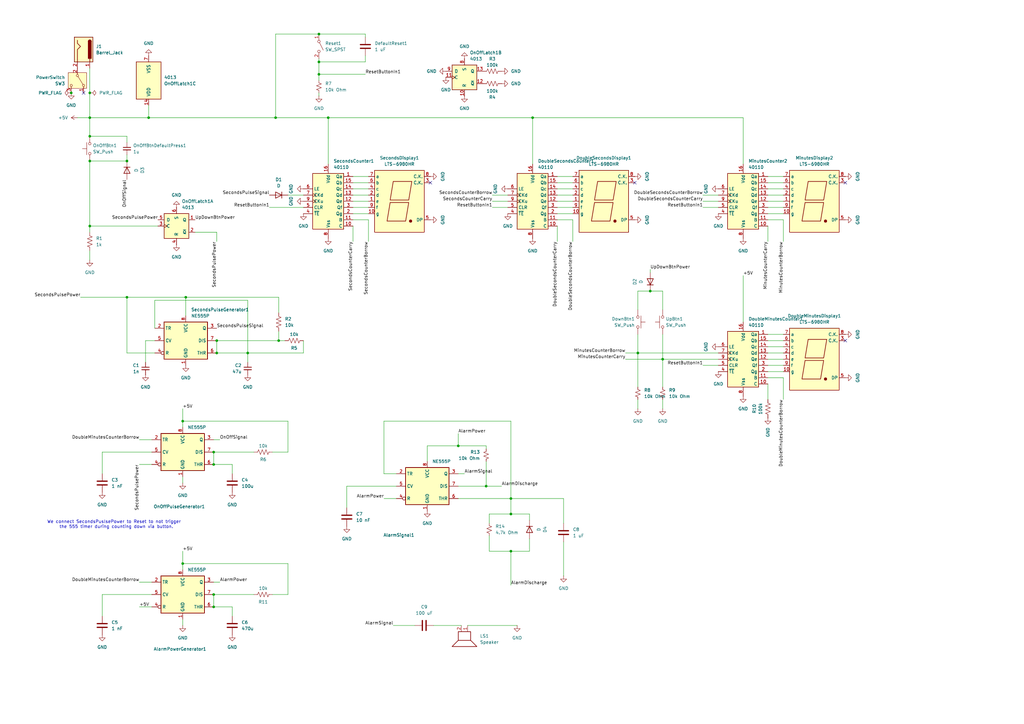
<source format=kicad_sch>
(kicad_sch (version 20231120) (generator "eeschema") (generator_version "8.0")
  (paper "A3")
  (lib_symbols
    (symbol "4xxx:4013" (pin_names (offset 1.016))
      (property "Reference" "U" (at -7.62 8.89 0))
      (property "Value" "4013" (at -7.62 -8.89 0))
      (symbol "4013_1_1"
        (pin output line (at 7.62 2.54 180) (length 2.54) (name "Q") (number "1"))
        (pin output line (at 7.62 -2.54 180) (length 2.54) (name "~{Q}") (number "2"))
        (pin input clock (at -7.62 0 0) (length 2.54) (name "C") (number "3"))
        (pin input line (at 0 -7.62 90) (length 2.54) (name "R") (number "4"))
        (pin input line (at -7.62 2.54 0) (length 2.54) (name "D") (number "5"))
        (pin input line (at 0 7.62 270) (length 2.54) (name "S") (number "6"))
      )
      (symbol "4013_2_1"
        (pin input line (at 0 -7.62 90) (length 2.54) (name "R") (number "10"))
        (pin input clock (at -7.62 0 0) (length 2.54) (name "C") (number "11"))
        (pin output line (at 7.62 -2.54 180) (length 2.54) (name "~{Q}") (number "12"))
        (pin output line (at 7.62 2.54 180) (length 2.54) (name "Q") (number "13"))
        (pin input line (at 0 7.62 270) (length 2.54) (name "S") (number "8"))
        (pin input line (at -7.62 2.54 0) (length 2.54) (name "D") (number "9"))
      )
      (symbol "4013_3_0"
        (pin power_in line (at 0 10.16 270) (length 2.54) (name "VDD") (number "14"))
        (pin power_in line (at 0 -10.16 90) (length 2.54) (name "VSS") (number "7"))
      )
    )
    (symbol "4xxx_IEEE:40110"
      (property "Reference" "U" (at 6.35 13.97 0))
      (property "Value" "40110" (at 7.62 -13.97 0))
      (symbol "40110_1_1"
        (pin output line (at 10.16 10.16 180) (length 3.81) (name "Qa") (number "1"))
        (pin output line (at 10.16 -10.16 180) (length 3.81) (name "C") (number "10"))
        (pin output line (at 10.16 -7.62 180) (length 3.81) (name "B") (number "11"))
        (pin output line (at 10.16 0 180) (length 3.81) (name "Qe") (number "12"))
        (pin output line (at 10.16 2.54 180) (length 3.81) (name "Qd") (number "13"))
        (pin output line (at 10.16 5.08 180) (length 3.81) (name "Qc") (number "14"))
        (pin output line (at 10.16 7.62 180) (length 3.81) (name "Qb") (number "15"))
        (pin power_in line (at 0 15.24 270) (length 3.81) (name "Vdd") (number "16"))
        (pin output line (at 10.16 -5.08 180) (length 3.81) (name "Qg") (number "2"))
        (pin output line (at 10.16 -2.54 180) (length 3.81) (name "Qf") (number "3"))
        (pin input line (at -10.16 -5.08 0) (length 3.81) (name "~{TE}") (number "4"))
        (pin input line (at -10.16 -2.54 0) (length 3.81) (name "CLR") (number "5"))
        (pin input line (at -10.16 5.08 0) (length 3.81) (name "LE") (number "6"))
        (pin input clock (at -10.16 2.54 0) (length 3.81) (name "CKd") (number "7"))
        (pin power_in line (at 0 -15.24 90) (length 3.81) (name "Vss") (number "8"))
        (pin input clock (at -10.16 0 0) (length 3.81) (name "CKu") (number "9"))
      )
    )
    (symbol "Connector:Barrel_Jack" (pin_names (offset 1.016))
      (property "Reference" "J" (at 0 5.334 0))
      (property "Value" "Barrel_Jack" (at 0 -5.08 0))
      (symbol "Barrel_Jack_1_1"
        (pin passive line (at 7.62 2.54 180) (length 2.54) (name "~") (number "1"))
        (pin passive line (at 7.62 -2.54 180) (length 2.54) (name "~") (number "2"))
      )
    )
    (symbol "Device:C" (pin_numbers hide) (pin_names (offset 0.254))
      (property "Reference" "C" (at 0.635 2.54 0))
      (property "Value" "C" (at 0.635 -2.54 0))
      (symbol "C_1_1"
        (pin passive line (at 0 3.81 270) (length 2.794) (name "~") (number "1"))
        (pin passive line (at 0 -3.81 90) (length 2.794) (name "~") (number "2"))
      )
    )
    (symbol "Device:C_Small" (pin_numbers hide) (pin_names (offset 0.254) hide)
      (property "Reference" "C" (at 0.254 1.778 0))
      (property "Value" "C_Small" (at 0.254 -2.032 0))
      (symbol "C_Small_1_1"
        (pin passive line (at 0 2.54 270) (length 2.032) (name "~") (number "1"))
        (pin passive line (at 0 -2.54 90) (length 2.032) (name "~") (number "2"))
      )
    )
    (symbol "Device:D" (pin_numbers hide) (pin_names (offset 1.016) hide)
      (property "Reference" "D" (at 0 2.54 0))
      (property "Value" "D" (at 0 -2.54 0))
      (symbol "D_1_1"
        (pin passive line (at -3.81 0 0) (length 2.54) (name "K") (number "1"))
        (pin passive line (at 3.81 0 180) (length 2.54) (name "A") (number "2"))
      )
    )
    (symbol "Device:R_Small_US" (pin_numbers hide) (pin_names (offset 0.254) hide)
      (property "Reference" "R" (at 0.762 0.508 0))
      (property "Value" "R_Small_US" (at 0.762 -1.016 0))
      (symbol "R_Small_US_1_1"
        (pin passive line (at 0 2.54 270) (length 1.016) (name "~") (number "1"))
        (pin passive line (at 0 -2.54 90) (length 1.016) (name "~") (number "2"))
      )
    )
    (symbol "Device:R_US" (pin_numbers hide) (pin_names (offset 0))
      (property "Reference" "R" (at 2.54 0 90))
      (property "Value" "R_US" (at -2.54 0 90))
      (symbol "R_US_1_1"
        (pin passive line (at 0 3.81 270) (length 1.27) (name "~") (number "1"))
        (pin passive line (at 0 -3.81 90) (length 1.27) (name "~") (number "2"))
      )
    )
    (symbol "Device:Speaker" (pin_names (offset 0) hide)
      (property "Reference" "LS" (at 1.27 5.715 0))
      (property "Value" "Speaker" (at 1.27 3.81 0))
      (symbol "Speaker_1_1"
        (pin input line (at -5.08 0 0) (length 2.54) (name "1") (number "1"))
        (pin input line (at -5.08 -2.54 0) (length 2.54) (name "2") (number "2"))
      )
    )
    (symbol "Display_Character:LTS-6980HR"
      (property "Reference" "AFF" (at -7.874 13.97 0))
      (property "Value" "LTS-6980HR" (at 4.064 13.97 0))
      (symbol "LTS-6980HR_1_1"
        (pin passive line (at -12.7 0 0) (length 2.54) (name "e") (number "1"))
        (pin passive line (at -12.7 -5.08 0) (length 2.54) (name "g") (number "10"))
        (pin passive line (at -12.7 2.54 0) (length 2.54) (name "d") (number "2"))
        (pin passive line (at 12.7 7.62 180) (length 2.54) (name "C.K.") (number "3"))
        (pin passive line (at -12.7 5.08 0) (length 2.54) (name "c") (number "4"))
        (pin passive line (at 12.7 -7.62 180) (length 2.54) (name "DP") (number "5"))
        (pin passive line (at -12.7 7.62 0) (length 2.54) (name "b") (number "6"))
        (pin passive line (at -12.7 10.16 0) (length 2.54) (name "a") (number "7"))
        (pin passive line (at 12.7 10.16 180) (length 2.54) (name "C.K.") (number "8"))
        (pin passive line (at -12.7 -2.54 0) (length 2.54) (name "f") (number "9"))
      )
    )
    (symbol "Switch:SW_Push" (pin_numbers hide) (pin_names (offset 1.016) hide)
      (property "Reference" "SW" (at 1.27 2.54 0))
      (property "Value" "SW_Push" (at 0 -1.524 0))
      (symbol "SW_Push_0_1"
        (pin passive line (at -5.08 0 0) (length 2.54) (name "1") (number "1"))
        (pin passive line (at 5.08 0 180) (length 2.54) (name "2") (number "2"))
      )
    )
    (symbol "Switch:SW_SPDT" (pin_names (offset 0) hide)
      (property "Reference" "SW" (at 0 5.08 0))
      (property "Value" "SW_SPDT" (at 0 -5.08 0))
      (symbol "SW_SPDT_1_1"
        (pin passive line (at 5.08 2.54 180) (length 2.54) (name "A") (number "1"))
        (pin passive line (at -5.08 0 0) (length 2.54) (name "B") (number "2"))
        (pin passive line (at 5.08 -2.54 180) (length 2.54) (name "C") (number "3"))
      )
    )
    (symbol "Switch:SW_SPST" (pin_names (offset 0) hide)
      (property "Reference" "SW" (at 0 3.175 0))
      (property "Value" "SW_SPST" (at 0 -2.54 0))
      (symbol "SW_SPST_1_1"
        (pin passive line (at -5.08 0 0) (length 2.54) (name "A") (number "1"))
        (pin passive line (at 5.08 0 180) (length 2.54) (name "B") (number "2"))
      )
    )
    (symbol "Timer:NE555P"
      (property "Reference" "U" (at -10.16 8.89 0))
      (property "Value" "NE555P" (at 2.54 8.89 0))
      (symbol "NE555P_0_0"
        (pin power_in line (at 0 -10.16 90) (length 2.54) (name "GND") (number "1"))
        (pin power_in line (at 0 10.16 270) (length 2.54) (name "VCC") (number "8"))
      )
      (symbol "NE555P_1_1"
        (pin input line (at -12.7 5.08 0) (length 3.81) (name "TR") (number "2"))
        (pin output line (at 12.7 5.08 180) (length 3.81) (name "Q") (number "3"))
        (pin input inverted (at -12.7 -5.08 0) (length 3.81) (name "R") (number "4"))
        (pin input line (at -12.7 0 0) (length 3.81) (name "CV") (number "5"))
        (pin input line (at 12.7 -5.08 180) (length 3.81) (name "THR") (number "6"))
        (pin input line (at 12.7 0 180) (length 3.81) (name "DIS") (number "7"))
      )
    )
    (symbol "power:+5V" (power) (pin_numbers hide) (pin_names (offset 0) hide)
      (property "Value" "+5V" (at 0 3.556 0))
      (symbol "+5V_1_1"
        (pin power_in line (at 0 0 90) (length 0) (name "~") (number "1"))
      )
    )
    (symbol "power:GND" (power) (pin_numbers hide) (pin_names (offset 0) hide)
      (property "Value" "GND" (at 0 -3.81 0))
      (symbol "GND_1_1"
        (pin power_in line (at 0 0 270) (length 0) (name "~") (number "1"))
      )
    )
    (symbol "power:PWR_FLAG" (power) (pin_numbers hide) (pin_names (offset 0) hide)
      (property "Value" "PWR_FLAG" (at 0 3.81 0))
      (symbol "PWR_FLAG_0_0"
        (pin power_out line (at 0 0 90) (length 0) (name "~") (number "1"))
      )
    )
  )
  (junction (at 87.63 243.84))
  (junction (at 101.6 144.78))
  (junction (at 130.81 25.4))
  (junction (at 261.62 144.78))
  (junction (at 36.83 92.71))
  (junction (at 87.63 185.42))
  (junction (at 209.55 226.06))
  (junction (at 209.55 204.47))
  (junction (at 60.96 48.26))
  (junction (at 87.63 248.92))
  (junction (at 74.93 231.14))
  (junction (at 88.9 144.78))
  (junction (at 209.55 210.82))
  (junction (at 113.03 48.26))
  (junction (at 187.96 182.88))
  (junction (at 266.7 119.38))
  (junction (at 74.93 172.72))
  (junction (at 29.21 38.1))
  (junction (at 52.07 121.92))
  (junction (at 271.78 147.32))
  (junction (at 36.83 48.26))
  (junction (at 52.07 66.04))
  (junction (at 134.62 48.26))
  (junction (at 199.39 199.39))
  (junction (at 130.81 30.48))
  (junction (at 87.63 190.5))
  (junction (at 36.83 66.04))
  (junction (at 36.83 55.88))
  (junction (at 130.81 13.97))
  (junction (at 76.2 121.92))
  (junction (at 114.3 139.7))
  (junction (at 36.83 38.1))
  (junction (at 88.9 139.7))
  (junction (at 218.44 48.26))
  (no_connect (at 346.71 139.7))
  (no_connect (at 176.53 74.93))
  (no_connect (at 346.71 74.93))
  (no_connect (at 260.35 74.93))
  (no_connect (at 34.29 38.1))
  (wire (pts (xy 321.31 152.4) (xy 314.96 152.4)))
  (wire (pts (xy 209.55 226.06) (xy 217.17 226.06)))
  (wire (pts (xy 321.31 154.94) (xy 321.31 163.83)))
  (wire (pts (xy 200.66 210.82) (xy 209.55 210.82)))
  (wire (pts (xy 157.48 194.31) (xy 157.48 172.72)))
  (wire (pts (xy 201.93 80.01) (xy 208.28 80.01)))
  (wire (pts (xy 228.6 92.71) (xy 228.6 99.06)))
  (wire (pts (xy 321.31 77.47) (xy 314.96 77.47)))
  (wire (pts (xy 101.6 123.19) (xy 101.6 144.78)))
  (wire (pts (xy 63.5 139.7) (xy 59.69 139.7)))
  (wire (pts (xy 304.8 132.08) (xy 304.8 113.03)))
  (wire (pts (xy 177.8 256.54) (xy 189.23 256.54)))
  (wire (pts (xy 209.55 172.72) (xy 209.55 204.47)))
  (wire (pts (xy 261.62 127) (xy 261.62 119.38)))
  (wire (pts (xy 63.5 134.62) (xy 63.5 123.19)))
  (wire (pts (xy 60.96 48.26) (xy 113.03 48.26)))
  (wire (pts (xy 151.13 85.09) (xy 144.78 85.09)))
  (wire (pts (xy 261.62 163.83) (xy 261.62 167.64)))
  (wire (pts (xy 234.95 72.39) (xy 228.6 72.39)))
  (wire (pts (xy 36.83 92.71) (xy 36.83 95.25)))
  (wire (pts (xy 314.96 157.48) (xy 314.96 163.83)))
  (wire (pts (xy 321.31 144.78) (xy 314.96 144.78)))
  (wire (pts (xy 218.44 48.26) (xy 134.62 48.26)))
  (wire (pts (xy 151.13 90.17) (xy 151.13 99.06)))
  (wire (pts (xy 149.86 25.4) (xy 130.81 25.4)))
  (wire (pts (xy 74.93 231.14) (xy 74.93 233.68)))
  (wire (pts (xy 104.14 185.42) (xy 87.63 185.42)))
  (wire (pts (xy 118.11 185.42) (xy 118.11 172.72)))
  (wire (pts (xy 36.83 48.26) (xy 60.96 48.26)))
  (wire (pts (xy 110.49 85.09) (xy 124.46 85.09)))
  (wire (pts (xy 130.81 25.4) (xy 130.81 30.48)))
  (wire (pts (xy 41.91 185.42) (xy 62.23 185.42)))
  (wire (pts (xy 36.83 66.04) (xy 36.83 92.71)))
  (wire (pts (xy 321.31 149.86) (xy 314.96 149.86)))
  (wire (pts (xy 234.95 74.93) (xy 228.6 74.93)))
  (wire (pts (xy 76.2 121.92) (xy 114.3 121.92)))
  (wire (pts (xy 201.93 85.09) (xy 208.28 85.09)))
  (wire (pts (xy 187.96 182.88) (xy 199.39 182.88)))
  (wire (pts (xy 36.83 55.88) (xy 52.07 55.88)))
  (wire (pts (xy 114.3 135.89) (xy 114.3 139.7)))
  (wire (pts (xy 134.62 48.26) (xy 134.62 67.31)))
  (wire (pts (xy 231.14 204.47) (xy 209.55 204.47)))
  (wire (pts (xy 191.77 256.54) (xy 212.09 256.54)))
  (wire (pts (xy 95.25 248.92) (xy 87.63 248.92)))
  (wire (pts (xy 151.13 87.63) (xy 144.78 87.63)))
  (wire (pts (xy 288.29 85.09) (xy 294.64 85.09)))
  (wire (pts (xy 41.91 243.84) (xy 62.23 243.84)))
  (wire (pts (xy 95.25 252.73) (xy 95.25 248.92)))
  (wire (pts (xy 201.93 82.55) (xy 208.28 82.55)))
  (wire (pts (xy 271.78 137.16) (xy 271.78 147.32)))
  (wire (pts (xy 124.46 139.7) (xy 124.46 144.78)))
  (wire (pts (xy 234.95 87.63) (xy 228.6 87.63)))
  (wire (pts (xy 59.69 139.7) (xy 59.69 148.59)))
  (wire (pts (xy 95.25 194.31) (xy 95.25 190.5)))
  (wire (pts (xy 118.11 231.14) (xy 74.93 231.14)))
  (wire (pts (xy 52.07 121.92) (xy 52.07 144.78)))
  (wire (pts (xy 187.96 177.8) (xy 187.96 182.88)))
  (wire (pts (xy 88.9 139.7) (xy 88.9 144.78)))
  (wire (pts (xy 314.96 92.71) (xy 314.96 99.06)))
  (wire (pts (xy 218.44 48.26) (xy 304.8 48.26)))
  (wire (pts (xy 175.26 182.88) (xy 175.26 189.23)))
  (wire (pts (xy 271.78 127) (xy 271.78 119.38)))
  (wire (pts (xy 321.31 72.39) (xy 314.96 72.39)))
  (wire (pts (xy 199.39 184.15) (xy 199.39 182.88)))
  (wire (pts (xy 234.95 90.17) (xy 234.95 99.06)))
  (wire (pts (xy 261.62 144.78) (xy 261.62 158.75)))
  (wire (pts (xy 234.95 85.09) (xy 228.6 85.09)))
  (wire (pts (xy 144.78 90.17) (xy 151.13 90.17)))
  (wire (pts (xy 321.31 137.16) (xy 314.96 137.16)))
  (wire (pts (xy 87.63 185.42) (xy 87.63 190.5)))
  (wire (pts (xy 74.93 167.64) (xy 74.93 172.72)))
  (wire (pts (xy 118.11 80.01) (xy 124.46 80.01)))
  (wire (pts (xy 113.03 13.97) (xy 113.03 48.26)))
  (wire (pts (xy 116.84 139.7) (xy 114.3 139.7)))
  (wire (pts (xy 157.48 172.72) (xy 209.55 172.72)))
  (wire (pts (xy 288.29 149.86) (xy 294.64 149.86)))
  (wire (pts (xy 90.17 238.76) (xy 87.63 238.76)))
  (wire (pts (xy 217.17 226.06) (xy 217.17 220.98)))
  (wire (pts (xy 199.39 189.23) (xy 199.39 199.39)))
  (wire (pts (xy 231.14 236.22) (xy 231.14 222.25)))
  (wire (pts (xy 144.78 92.71) (xy 144.78 99.06)))
  (wire (pts (xy 36.83 92.71) (xy 64.77 92.71)))
  (wire (pts (xy 256.54 147.32) (xy 271.78 147.32)))
  (wire (pts (xy 288.29 82.55) (xy 294.64 82.55)))
  (wire (pts (xy 217.17 213.36) (xy 217.17 210.82)))
  (wire (pts (xy 130.81 13.97) (xy 149.86 13.97)))
  (wire (pts (xy 130.81 30.48) (xy 130.81 33.02)))
  (wire (pts (xy 130.81 38.1) (xy 130.81 39.37)))
  (wire (pts (xy 130.81 24.13) (xy 130.81 25.4)))
  (wire (pts (xy 151.13 80.01) (xy 144.78 80.01)))
  (wire (pts (xy 200.66 219.71) (xy 200.66 226.06)))
  (wire (pts (xy 63.5 144.78) (xy 52.07 144.78)))
  (wire (pts (xy 187.96 204.47) (xy 209.55 204.47)))
  (wire (pts (xy 151.13 74.93) (xy 144.78 74.93)))
  (wire (pts (xy 321.31 85.09) (xy 314.96 85.09)))
  (wire (pts (xy 190.5 194.31) (xy 187.96 194.31)))
  (wire (pts (xy 271.78 147.32) (xy 271.78 158.75)))
  (wire (pts (xy 74.93 256.54) (xy 74.93 254)))
  (wire (pts (xy 57.15 180.34) (xy 62.23 180.34)))
  (wire (pts (xy 151.13 82.55) (xy 144.78 82.55)))
  (wire (pts (xy 33.02 121.92) (xy 52.07 121.92)))
  (wire (pts (xy 271.78 147.32) (xy 294.64 147.32)))
  (wire (pts (xy 321.31 82.55) (xy 314.96 82.55)))
  (wire (pts (xy 321.31 142.24) (xy 314.96 142.24)))
  (wire (pts (xy 113.03 48.26) (xy 134.62 48.26)))
  (wire (pts (xy 113.03 13.97) (xy 130.81 13.97)))
  (wire (pts (xy 142.24 199.39) (xy 142.24 208.28)))
  (wire (pts (xy 266.7 110.49) (xy 266.7 111.76)))
  (wire (pts (xy 234.95 77.47) (xy 228.6 77.47)))
  (wire (pts (xy 321.31 139.7) (xy 314.96 139.7)))
  (wire (pts (xy 80.01 95.25) (xy 88.9 95.25)))
  (wire (pts (xy 266.7 119.38) (xy 271.78 119.38)))
  (wire (pts (xy 104.14 243.84) (xy 87.63 243.84)))
  (wire (pts (xy 87.63 243.84) (xy 87.63 248.92)))
  (wire (pts (xy 234.95 80.01) (xy 228.6 80.01)))
  (wire (pts (xy 314.96 90.17) (xy 321.31 90.17)))
  (wire (pts (xy 41.91 243.84) (xy 41.91 252.73)))
  (wire (pts (xy 36.83 48.26) (xy 36.83 55.88)))
  (wire (pts (xy 271.78 163.83) (xy 271.78 167.64)))
  (wire (pts (xy 321.31 74.93) (xy 314.96 74.93)))
  (wire (pts (xy 95.25 190.5) (xy 87.63 190.5)))
  (wire (pts (xy 63.5 123.19) (xy 101.6 123.19)))
  (wire (pts (xy 157.48 204.47) (xy 162.56 204.47)))
  (wire (pts (xy 36.83 102.87) (xy 36.83 106.68)))
  (wire (pts (xy 74.93 172.72) (xy 74.93 175.26)))
  (wire (pts (xy 74.93 198.12) (xy 74.93 195.58)))
  (wire (pts (xy 321.31 80.01) (xy 314.96 80.01)))
  (wire (pts (xy 142.24 199.39) (xy 162.56 199.39)))
  (wire (pts (xy 118.11 172.72) (xy 74.93 172.72)))
  (wire (pts (xy 321.31 90.17) (xy 321.31 99.06)))
  (wire (pts (xy 234.95 82.55) (xy 228.6 82.55)))
  (wire (pts (xy 200.66 214.63) (xy 200.66 210.82)))
  (wire (pts (xy 101.6 148.59) (xy 101.6 144.78)))
  (wire (pts (xy 161.29 256.54) (xy 170.18 256.54)))
  (wire (pts (xy 209.55 204.47) (xy 209.55 210.82)))
  (wire (pts (xy 76.2 121.92) (xy 76.2 129.54)))
  (wire (pts (xy 57.15 248.92) (xy 62.23 248.92)))
  (wire (pts (xy 130.81 30.48) (xy 149.86 30.48)))
  (wire (pts (xy 88.9 99.06) (xy 88.9 95.25)))
  (wire (pts (xy 57.15 190.5) (xy 62.23 190.5)))
  (wire (pts (xy 218.44 48.26) (xy 218.44 67.31)))
  (wire (pts (xy 151.13 72.39) (xy 144.78 72.39)))
  (wire (pts (xy 199.39 199.39) (xy 205.74 199.39)))
  (wire (pts (xy 90.17 180.34) (xy 87.63 180.34)))
  (wire (pts (xy 200.66 226.06) (xy 209.55 226.06)))
  (wire (pts (xy 88.9 144.78) (xy 101.6 144.78)))
  (wire (pts (xy 101.6 144.78) (xy 124.46 144.78)))
  (wire (pts (xy 57.15 238.76) (xy 62.23 238.76)))
  (wire (pts (xy 111.76 185.42) (xy 118.11 185.42)))
  (wire (pts (xy 114.3 128.27) (xy 114.3 121.92)))
  (wire (pts (xy 60.96 48.26) (xy 60.96 43.18)))
  (wire (pts (xy 41.91 185.42) (xy 41.91 194.31)))
  (wire (pts (xy 52.07 63.5) (xy 52.07 66.04)))
  (wire (pts (xy 209.55 226.06) (xy 209.55 240.03)))
  (wire (pts (xy 88.9 139.7) (xy 114.3 139.7)))
  (wire (pts (xy 118.11 243.84) (xy 118.11 231.14)))
  (wire (pts (xy 151.13 77.47) (xy 144.78 77.47)))
  (wire (pts (xy 321.31 147.32) (xy 314.96 147.32)))
  (wire (pts (xy 261.62 144.78) (xy 294.64 144.78)))
  (wire (pts (xy 36.83 27.94) (xy 36.83 38.1)))
  (wire (pts (xy 31.75 48.26) (xy 36.83 48.26)))
  (wire (pts (xy 261.62 137.16) (xy 261.62 144.78)))
  (wire (pts (xy 149.86 15.24) (xy 149.86 13.97)))
  (wire (pts (xy 175.26 182.88) (xy 187.96 182.88)))
  (wire (pts (xy 52.07 121.92) (xy 76.2 121.92)))
  (wire (pts (xy 231.14 204.47) (xy 231.14 214.63)))
  (wire (pts (xy 52.07 66.04) (xy 36.83 66.04)))
  (wire (pts (xy 157.48 194.31) (xy 162.56 194.31)))
  (wire (pts (xy 228.6 90.17) (xy 234.95 90.17)))
  (wire (pts (xy 149.86 22.86) (xy 149.86 25.4)))
  (wire (pts (xy 187.96 199.39) (xy 199.39 199.39)))
  (wire (pts (xy 111.76 243.84) (xy 118.11 243.84)))
  (wire (pts (xy 321.31 87.63) (xy 314.96 87.63)))
  (wire (pts (xy 36.83 38.1) (xy 36.83 48.26)))
  (wire (pts (xy 256.54 144.78) (xy 261.62 144.78)))
  (wire (pts (xy 314.96 154.94) (xy 321.31 154.94)))
  (wire (pts (xy 288.29 80.01) (xy 294.64 80.01)))
  (wire (pts (xy 304.8 67.31) (xy 304.8 48.26)))
  (wire (pts (xy 74.93 226.06) (xy 74.93 231.14)))
  (wire (pts (xy 217.17 210.82) (xy 209.55 210.82)))
  (wire (pts (xy 52.07 58.42) (xy 52.07 55.88)))
  (wire (pts (xy 261.62 119.38) (xy 266.7 119.38)))
  (text "We connect SecondsPuslsePower to Reset to not trigger \n the 555 timer during counting down via button." (at 47.244 215.138 0) (effects (font (size 1.27 1.27))))
  (label "+5V" (at 74.93 167.64 0))
  (label "AlarmSignal" (at 190.5 194.31 0))
  (label "SecondsCounterBorrow" (at 201.93 80.01 180))
  (label "SecondsPulsePower" (at 33.02 121.92 180))
  (label "AlarmPower" (at 157.48 204.47 180))
  (label "UpDownBtnPower" (at 266.7 110.49 0))
  (label "DoubleSecondsCounterCarry" (at 228.6 99.06 270))
  (label "MinutesCounterCarry" (at 314.96 99.06 270))
  (label "MinutesCounterBorrow" (at 321.31 99.06 270))
  (label "ResetButtonIn1" (at 288.29 85.09 180))
  (label "SecondsPulsePower" (at 88.9 99.06 270))
  (label "MinutesCounterBorrow" (at 256.54 144.78 180))
  (label "AlarmDischarge" (at 205.74 199.39 0))
  (label "+5V" (at 304.8 113.03 0))
  (label "SecondsPulsePower" (at 57.15 190.5 270))
  (label "DoubleSecondsCounterCarry" (at 288.29 82.55 180))
  (label "AlarmPower" (at 90.17 238.76 0))
  (label "SecondsCounterCarry" (at 201.93 82.55 180))
  (label "UpDownBtnPower" (at 80.01 90.17 0))
  (label "ResetButtonIn1" (at 288.29 149.86 180))
  (label "AlarmPower" (at 187.96 177.8 0))
  (label "OnOffSignal" (at 52.07 73.66 270))
  (label "OnOffSignal" (at 90.17 180.34 0))
  (label "SecondsPulsePower" (at 64.77 90.17 180))
  (label "DoubleMinutesCounterBorrow" (at 57.15 238.76 180))
  (label "+5V" (at 74.93 226.06 0))
  (label "ResetButtonIn1" (at 110.49 85.09 180))
  (label "SecondsCounterCarry" (at 144.78 99.06 270))
  (label "SecondsPulseSignal" (at 88.9 134.62 0))
  (label "DoubleMinutesCounterBorrow" (at 321.31 163.83 270))
  (label "MinutesCounterCarry" (at 256.54 147.32 180))
  (label "DoubleSecondsCounterBorrow" (at 234.95 99.06 270))
  (label "AlarmSignal" (at 161.29 256.54 180))
  (label "SecondsPulseSignal" (at 110.49 80.01 180))
  (label "+5V" (at 57.15 248.92 0))
  (label "AlarmDischarge" (at 209.55 240.03 0))
  (label "DoubleMinutesCounterBorrow" (at 57.15 180.34 180))
  (label "SecondsCounterBorrow" (at 151.13 99.06 270))
  (label "ResetButtonIn1" (at 201.93 85.09 180))
  (label "DoubleSecondsCounterBorrow" (at 288.29 80.01 180))
  (label "ResetButtonIn1" (at 149.86 30.48 0))
  (symbol (lib_id "Device:C_Small") (at 52.07 60.96 0) (unit 1)
    (property "Reference" "OnOffBtnDefaultPress1" (at 54.61 59.6962 0) (effects (justify left)))
    (property "Value" "1u" (at 54.61 62.2362 0) (effects (justify left)))
    (property "Footprint" "Capacitor_THT:CP_Radial_D5.0mm_P2.50mm" (effects (hide yes)))
    (property "Description" "Unpolarized capacitor, small symbol" (effects (hide yes)))
  )
  (symbol (lib_id "Device:R_US") (at 120.65 139.7 90) (unit 1)
    (property "Reference" "R5" (at 120.65 142.748 90))
    (property "Value" "10k" (at 120.65 137.16 90))
    (property "Footprint" "Resistor_THT:R_Axial_DIN0207_L6.3mm_D2.5mm_P10.16mm_Horizontal" (effects (hide yes)))
    (property "Description" "Resistor, US symbol" (effects (hide yes)))
  )
  (symbol (lib_id "power:GND") (at 205.74 34.29 90) (mirror x) (unit 1)
    (property "Reference" "#PWR09" (effects (hide yes)))
    (property "Value" "GND" (at 209.55 34.2899 90) (effects (justify right)))
    (property "Description" "Power symbol creates a global label with name \"GND\" , ground" (effects (hide yes)))
  )
  (symbol (lib_id "power:GND") (at 41.91 201.93 0) (unit 1)
    (property "Reference" "#PWR016" (effects (hide yes)))
    (property "Value" "GND" (at 41.91 207.01 0))
    (property "Description" "Power symbol creates a global label with name \"GND\" , ground" (effects (hide yes)))
  )
  (symbol (lib_id "power:GND") (at 190.5 39.37 0) (unit 1)
    (property "Reference" "#PWR08" (effects (hide yes)))
    (property "Value" "GND" (at 190.5 44.45 0))
    (property "Description" "Power symbol creates a global label with name \"GND\" , ground" (effects (hide yes)))
  )
  (symbol (lib_id "Display_Character:LTS-6980HR") (at 247.65 82.55 0) (unit 1)
    (property "Reference" "DoubleSecondsDisplay1" (at 247.65 64.77 0))
    (property "Value" "LTS-6980HR" (at 247.65 67.31 0))
    (property "Footprint" "Display_7Segment:7SegmentLED_LTS6760_LTS6780" (effects (hide yes)))
    (property "Datasheet" "http://datasheet.octopart.com/LTS-6960HR-Lite-On-datasheet-11803242.pdf" (effects (hide yes)))
    (property "Description" "DISPLAY 7 SEGMENTS common K, high efficient red" (effects (hide yes)))
  )
  (symbol (lib_id "Switch:SW_SPDT") (at 31.75 33.02 270) (unit 1)
    (property "Reference" "SW3" (at 26.67 34.2901 90) (effects (justify right)))
    (property "Value" "PowerSwitch" (at 26.67 31.7501 90) (effects (justify right)))
    (property "Footprint" "Footprints:Big_Pwr_SWITCH" (effects (hide yes)))
    (property "Description" "Switch, single pole double throw" (effects (hide yes)))
  )
  (symbol (lib_id "power:GND") (at 304.8 162.56 0) (mirror y) (unit 1)
    (property "Reference" "#PWR038" (effects (hide yes)))
    (property "Value" "GND" (at 304.8 167.64 0))
    (property "Description" "Power symbol creates a global label with name \"GND\" , ground" (effects (hide yes)))
  )
  (symbol (lib_id "power:GND") (at 182.88 31.75 0) (unit 1)
    (property "Reference" "#PWR011" (effects (hide yes)))
    (property "Value" "GND" (at 182.88 36.83 0))
    (property "Description" "Power symbol creates a global label with name \"GND\" , ground" (effects (hide yes)))
  )
  (symbol (lib_id "Device:R_Small_US") (at 130.81 35.56 0) (unit 1)
    (property "Reference" "R7" (at 133.35 34.2899 0) (effects (justify left)))
    (property "Value" "10k Ohm" (at 133.35 36.8299 0) (effects (justify left)))
    (property "Footprint" "Resistor_THT:R_Axial_DIN0207_L6.3mm_D2.5mm_P10.16mm_Horizontal" (effects (hide yes)))
  )
  (symbol (lib_id "4xxx_IEEE:40110") (at 304.8 82.55 0) (unit 1)
    (property "Reference" "MinutesCounter2" (at 306.9941 66.04 0) (effects (justify left)))
    (property "Value" "40110" (at 306.9941 68.58 0) (effects (justify left)))
    (property "Footprint" "Package_DIP:DIP-16_W10.16mm" (effects (hide yes)))
  )
  (symbol (lib_id "power:GND") (at 182.88 29.21 270) (unit 1)
    (property "Reference" "#PWR012" (effects (hide yes)))
    (property "Value" "GND" (at 179.07 29.2099 90) (effects (justify right)))
    (property "Description" "Power symbol creates a global label with name \"GND\" , ground" (effects (hide yes)))
  )
  (symbol (lib_id "power:GND") (at 261.62 167.64 0) (mirror y) (unit 1)
    (property "Reference" "#PWR034" (effects (hide yes)))
    (property "Value" "GND" (at 261.62 172.72 0))
  )
  (symbol (lib_id "Device:C") (at 95.25 256.54 0) (unit 1)
    (property "Reference" "C6" (at 99.06 255.2699 0) (effects (justify left)))
    (property "Value" "470u" (at 99.06 257.8099 0) (effects (justify left)))
    (property "Footprint" "Capacitor_THT:CP_Radial_D5.0mm_P2.50mm" (effects (hide yes)))
    (property "Description" "Unpolarized capacitor" (effects (hide yes)))
  )
  (symbol (lib_id "Device:Speaker") (at 191.77 261.62 270) (unit 1)
    (property "Reference" "LS1" (at 196.85 260.8579 90) (effects (justify left)))
    (property "Value" "Speaker" (at 196.85 263.3979 90) (effects (justify left)))
    (property "Footprint" "Footprints:SpeakerConnector" (effects (hide yes)))
    (property "Description" "Speaker" (effects (hide yes)))
  )
  (symbol (lib_id "power:GND") (at 304.8 97.79 0) (mirror y) (unit 1)
    (property "Reference" "#PWR027" (effects (hide yes)))
    (property "Value" "GND" (at 304.8 102.87 0))
    (property "Description" "Power symbol creates a global label with name \"GND\" , ground" (effects (hide yes)))
  )
  (symbol (lib_id "power:GND") (at 260.35 90.17 90) (mirror x) (unit 1)
    (property "Reference" "#PWR033" (effects (hide yes)))
    (property "Value" "GND" (at 265.43 90.17 0))
    (property "Description" "Power symbol creates a global label with name \"GND\" , ground" (effects (hide yes)))
  )
  (symbol (lib_id "Device:C") (at 231.14 218.44 0) (unit 1)
    (property "Reference" "C8" (at 234.95 217.1699 0) (effects (justify left)))
    (property "Value" "1 uF" (at 234.95 219.7099 0) (effects (justify left)))
    (property "Footprint" "Capacitor_THT:CP_Radial_D5.0mm_P2.50mm" (effects (hide yes)))
    (property "Description" "Unpolarized capacitor" (effects (hide yes)))
  )
  (symbol (lib_id "Timer:NE555P") (at 76.2 139.7 0) (unit 1)
    (property "Reference" "SecondsPulseGenerator1" (at 78.3941 127 0) (effects (justify left)))
    (property "Value" "NE555P" (at 78.3941 129.54 0) (effects (justify left)))
    (property "Footprint" "Package_DIP:DIP-8_W7.62mm" (effects (hide yes)))
    (property "Datasheet" "http://www.ti.com/lit/ds/symlink/ne555.pdf" (effects (hide yes)))
    (property "Description" "Precision Timers, 555 compatible,  PDIP-8" (effects (hide yes)))
  )
  (symbol (lib_id "Device:D") (at 52.07 69.85 90) (mirror x) (unit 1)
    (property "Reference" "D3" (at 58.42 69.85 0))
    (property "Value" "D" (at 55.88 69.85 0))
    (property "Footprint" "Diode_THT:D_A-405_P10.16mm_Horizontal" (effects (hide yes)))
    (property "Description" "Diode" (effects (hide yes)))
    (property "Sim.Device" "D" (effects (hide yes)))
    (property "Sim.Pins" "1=K 2=A" (effects (hide yes)))
  )
  (symbol (lib_id "Device:C") (at 41.91 198.12 0) (unit 1)
    (property "Reference" "C3" (at 45.72 196.8499 0) (effects (justify left)))
    (property "Value" "1 nF" (at 45.72 199.3899 0) (effects (justify left)))
    (property "Footprint" "Capacitor_THT:CP_Radial_D5.0mm_P2.50mm" (effects (hide yes)))
    (property "Description" "Unpolarized capacitor" (effects (hide yes)))
  )
  (symbol (lib_id "4xxx:4013") (at 60.96 33.02 0) (mirror x) (unit 3)
    (property "Reference" "OnOffLatch1" (at 67.31 34.2901 0) (effects (justify left)))
    (property "Value" "4013" (at 67.31 31.7501 0) (effects (justify left)))
    (property "Footprint" "Package_DIP:DIP-14_W10.16mm" (effects (hide yes)))
    (property "Datasheet" "http://www.onsemi.com/pub/Collateral/MC14013B-D.PDF" (effects (hide yes)))
    (property "Description" "Dual D  FlipFlop, Set & reset" (effects (hide yes)))
  )
  (symbol (lib_id "power:+5V") (at 31.75 48.26 90) (unit 1)
    (property "Reference" "#PWR02" (effects (hide yes)))
    (property "Value" "+5V" (at 27.94 48.2601 90) (effects (justify left)))
    (property "Description" "Power symbol creates a global label with name \"+5V\"" (effects (hide yes)))
  )
  (symbol (lib_id "Device:R_Small_US") (at 199.39 186.69 0) (mirror y) (unit 1)
    (property "Reference" "R13" (at 196.85 185.4199 0) (effects (justify left)))
    (property "Value" "10k Ohm" (at 196.85 187.9599 0) (effects (justify left)))
    (property "Footprint" "Resistor_THT:R_Axial_DIN0207_L6.3mm_D2.5mm_P10.16mm_Horizontal" (effects (hide yes)))
  )
  (symbol (lib_id "power:GND") (at 72.39 85.09 180) (unit 1)
    (property "Reference" "#PWR03" (effects (hide yes)))
    (property "Value" "GND" (at 72.39 80.01 0))
    (property "Description" "Power symbol creates a global label with name \"GND\" , ground" (effects (hide yes)))
  )
  (symbol (lib_id "power:PWR_FLAG") (at 29.21 38.1 90) (unit 1)
    (property "Reference" "#FLG02" (effects (hide yes)))
    (property "Value" "PWR_FLAG" (at 25.4 38.0999 90) (effects (justify left)))
    (property "Description" "Special symbol for telling ERC where power comes from" (effects (hide yes)))
  )
  (symbol (lib_id "Timer:NE555P") (at 74.93 185.42 0) (unit 1)
    (property "Reference" "OnOffPulseGenerator1" (at 62.992 207.772 0) (effects (justify left)))
    (property "Value" "NE555P" (at 76.9494 175.26 0) (effects (justify left)))
    (property "Footprint" "Package_DIP:DIP-8_W7.62mm" (effects (hide yes)))
    (property "Datasheet" "http://www.ti.com/lit/ds/symlink/ne555.pdf" (effects (hide yes)))
    (property "Description" "Precision Timers, 555 compatible,  PDIP-8" (effects (hide yes)))
  )
  (symbol (lib_id "power:GND") (at 176.53 90.17 90) (mirror x) (unit 1)
    (property "Reference" "#PWR024" (effects (hide yes)))
    (property "Value" "GND" (at 181.61 90.17 0))
    (property "Description" "Power symbol creates a global label with name \"GND\" , ground" (effects (hide yes)))
  )
  (symbol (lib_id "Device:D") (at 217.17 217.17 270) (unit 1)
    (property "Reference" "D4" (at 223.52 217.17 0))
    (property "Value" "D" (at 220.98 217.17 0))
    (property "Footprint" "Diode_THT:D_A-405_P10.16mm_Horizontal" (effects (hide yes)))
    (property "Description" "Diode" (effects (hide yes)))
    (property "Sim.Device" "D" (effects (hide yes)))
    (property "Sim.Pins" "1=K 2=A" (effects (hide yes)))
  )
  (symbol (lib_id "power:GND") (at 346.71 72.39 90) (mirror x) (unit 1)
    (property "Reference" "#PWR030" (effects (hide yes)))
    (property "Value" "GND" (at 351.79 72.39 0))
    (property "Description" "Power symbol creates a global label with name \"GND\" , ground" (effects (hide yes)))
  )
  (symbol (lib_id "Timer:NE555P") (at 74.93 243.84 0) (unit 1)
    (property "Reference" "AlarmPowerGenerator1" (at 62.992 266.192 0) (effects (justify left)))
    (property "Value" "NE555P" (at 76.9494 233.68 0) (effects (justify left)))
    (property "Footprint" "Package_DIP:DIP-8_W7.62mm" (effects (hide yes)))
    (property "Datasheet" "http://www.ti.com/lit/ds/symlink/ne555.pdf" (effects (hide yes)))
    (property "Description" "Precision Timers, 555 compatible,  PDIP-8" (effects (hide yes)))
  )
  (symbol (lib_id "Device:R_Small_US") (at 200.66 217.17 0) (unit 1)
    (property "Reference" "R14" (at 203.2 215.8999 0) (effects (justify left)))
    (property "Value" "4.7k Ohm" (at 203.2 218.4399 0) (effects (justify left)))
    (property "Footprint" "Resistor_THT:R_Axial_DIN0207_L6.3mm_D2.5mm_P10.16mm_Horizontal" (effects (hide yes)))
  )
  (symbol (lib_id "Device:R_US") (at 107.95 243.84 90) (unit 1)
    (property "Reference" "R11" (at 107.95 246.888 90))
    (property "Value" "10k" (at 107.95 241.3 90))
    (property "Footprint" "Resistor_THT:R_Axial_DIN0207_L6.3mm_D2.5mm_P10.16mm_Horizontal" (effects (hide yes)))
    (property "Description" "Resistor, US symbol" (effects (hide yes)))
  )
  (symbol (lib_id "power:GND") (at 95.25 260.35 0) (unit 1)
    (property "Reference" "#PWR046" (effects (hide yes)))
    (property "Value" "GND" (at 95.25 265.43 0))
    (property "Description" "Power symbol creates a global label with name \"GND\" , ground" (effects (hide yes)))
  )
  (symbol (lib_id "Device:D") (at 114.3 80.01 180) (unit 1)
    (property "Reference" "D1" (at 114.3 73.66 0))
    (property "Value" "D" (at 114.3 76.2 0))
    (property "Footprint" "Diode_THT:D_A-405_P10.16mm_Horizontal" (effects (hide yes)))
    (property "Description" "Diode" (effects (hide yes)))
    (property "Sim.Device" "D" (effects (hide yes)))
    (property "Sim.Pins" "1=K 2=A" (effects (hide yes)))
  )
  (symbol (lib_id "power:GND") (at 294.64 87.63 0) (mirror y) (unit 1)
    (property "Reference" "#PWR023" (effects (hide yes)))
    (property "Value" "GND" (at 294.64 92.71 0))
    (property "Description" "Power symbol creates a global label with name \"GND\" , ground" (effects (hide yes)))
  )
  (symbol (lib_id "power:GND") (at 212.09 256.54 0) (unit 1)
    (property "Reference" "#PWR047" (effects (hide yes)))
    (property "Value" "GND" (at 212.09 261.62 0))
    (property "Description" "Power symbol creates a global label with name \"GND\" , ground" (effects (hide yes)))
  )
  (symbol (lib_id "power:GND") (at 190.5 24.13 180) (unit 1)
    (property "Reference" "#PWR013" (effects (hide yes)))
    (property "Value" "GND" (at 190.5 19.05 0))
    (property "Description" "Power symbol creates a global label with name \"GND\" , ground" (effects (hide yes)))
  )
  (symbol (lib_id "power:GND") (at 95.25 201.93 0) (unit 1)
    (property "Reference" "#PWR044" (effects (hide yes)))
    (property "Value" "GND" (at 95.25 207.01 0))
    (property "Description" "Power symbol creates a global label with name \"GND\" , ground" (effects (hide yes)))
  )
  (symbol (lib_id "power:GND") (at 142.24 215.9 0) (unit 1)
    (property "Reference" "#PWR048" (effects (hide yes)))
    (property "Value" "GND" (at 142.24 220.98 0))
    (property "Description" "Power symbol creates a global label with name \"GND\" , ground" (effects (hide yes)))
  )
  (symbol (lib_id "power:PWR_FLAG") (at 36.83 38.1 270) (unit 1)
    (property "Reference" "#FLG01" (effects (hide yes)))
    (property "Value" "PWR_FLAG" (at 40.64 38.0999 90) (effects (justify left)))
    (property "Description" "Special symbol for telling ERC where power comes from" (effects (hide yes)))
  )
  (symbol (lib_id "power:GND") (at 260.35 72.39 90) (mirror x) (unit 1)
    (property "Reference" "#PWR032" (effects (hide yes)))
    (property "Value" "GND" (at 265.43 72.39 0))
    (property "Description" "Power symbol creates a global label with name \"GND\" , ground" (effects (hide yes)))
  )
  (symbol (lib_id "Device:D") (at 266.7 115.57 90) (unit 1)
    (property "Reference" "D2" (at 260.35 115.57 0))
    (property "Value" "D" (at 262.89 115.57 0))
    (property "Footprint" "Diode_THT:D_A-405_P10.16mm_Horizontal" (effects (hide yes)))
    (property "Description" "Diode" (effects (hide yes)))
    (property "Sim.Device" "D" (effects (hide yes)))
    (property "Sim.Pins" "1=K 2=A" (effects (hide yes)))
  )
  (symbol (lib_id "power:GND") (at 294.64 142.24 270) (mirror x) (unit 1)
    (property "Reference" "#PWR036" (effects (hide yes)))
    (property "Value" "GND" (at 289.56 142.24 0))
    (property "Description" "Power symbol creates a global label with name \"GND\" , ground" (effects (hide yes)))
  )
  (symbol (lib_id "power:GND") (at 346.71 137.16 90) (mirror x) (unit 1)
    (property "Reference" "#PWR041" (effects (hide yes)))
    (property "Value" "GND" (at 351.79 137.16 0))
    (property "Description" "Power symbol creates a global label with name \"GND\" , ground" (effects (hide yes)))
  )
  (symbol (lib_id "Device:R_Small_US") (at 261.62 161.29 0) (unit 1)
    (property "Reference" "R8" (at 264.16 160.0199 0) (effects (justify left)))
    (property "Value" "10k Ohm" (at 264.16 162.5599 0) (effects (justify left)))
    (property "Footprint" "Resistor_THT:R_Axial_DIN0207_L6.3mm_D2.5mm_P10.16mm_Horizontal" (effects (hide yes)))
  )
  (symbol (lib_id "Switch:SW_SPST") (at 130.81 19.05 270) (unit 1)
    (property "Reference" "Reset1" (at 133.35 17.7799 90) (effects (justify left)))
    (property "Value" "SW_SPST" (at 133.35 20.3199 90) (effects (justify left)))
    (property "Footprint" "Button_Switch_THT:SW_PUSH_6mm" (effects (hide yes)))
    (property "Description" "Single Pole Single Throw (SPST) switch" (effects (hide yes)))
  )
  (symbol (lib_id "Device:R_US") (at 107.95 185.42 90) (unit 1)
    (property "Reference" "R6" (at 107.95 188.468 90))
    (property "Value" "10k" (at 107.95 182.88 90))
    (property "Footprint" "Resistor_THT:R_Axial_DIN0207_L6.3mm_D2.5mm_P10.16mm_Horizontal" (effects (hide yes)))
    (property "Description" "Resistor, US symbol" (effects (hide yes)))
  )
  (symbol (lib_id "power:GND") (at 208.28 77.47 270) (mirror x) (unit 1)
    (property "Reference" "#PWR026" (effects (hide yes)))
    (property "Value" "GND" (at 203.2 77.47 0))
    (property "Description" "Power symbol creates a global label with name \"GND\" , ground" (effects (hide yes)))
  )
  (symbol (lib_id "power:GND") (at 271.78 167.64 0) (mirror y) (unit 1)
    (property "Reference" "#PWR035" (effects (hide yes)))
    (property "Value" "GND" (at 271.78 172.72 0))
  )
  (symbol (lib_id "power:GND") (at 175.26 209.55 0) (unit 1)
    (property "Reference" "#PWR049" (effects (hide yes)))
    (property "Value" "GND" (at 175.26 214.63 0))
    (property "Description" "Power symbol creates a global label with name \"GND\" , ground" (effects (hide yes)))
  )
  (symbol (lib_id "Device:C") (at 142.24 212.09 0) (unit 1)
    (property "Reference" "C7" (at 146.05 210.8199 0) (effects (justify left)))
    (property "Value" "10 nF" (at 146.05 213.3599 0) (effects (justify left)))
    (property "Footprint" "Capacitor_THT:CP_Radial_D5.0mm_P2.50mm" (effects (hide yes)))
    (property "Description" "Unpolarized capacitor" (effects (hide yes)))
  )
  (symbol (lib_id "Timer:NE555P") (at 175.26 199.39 0) (unit 1)
    (property "Reference" "AlarmSignal1" (at 157.226 219.456 0) (effects (justify left)))
    (property "Value" "NE555P" (at 177.2794 189.23 0) (effects (justify left)))
    (property "Footprint" "Package_DIP:DIP-8_W7.62mm" (effects (hide yes)))
    (property "Datasheet" "http://www.ti.com/lit/ds/symlink/ne555.pdf" (effects (hide yes)))
    (property "Description" "Precision Timers, 555 compatible,  PDIP-8" (effects (hide yes)))
  )
  (symbol (lib_id "power:GND") (at 294.64 152.4 0) (mirror y) (unit 1)
    (property "Reference" "#PWR037" (effects (hide yes)))
    (property "Value" "GND" (at 294.64 157.48 0))
    (property "Description" "Power symbol creates a global label with name \"GND\" , ground" (effects (hide yes)))
  )
  (symbol (lib_id "Device:C") (at 149.86 19.05 0) (unit 1)
    (property "Reference" "DefaultReset1" (at 153.67 17.7799 0) (effects (justify left)))
    (property "Value" "1 uF" (at 153.67 20.3199 0) (effects (justify left)))
    (property "Footprint" "Capacitor_THT:CP_Radial_D5.0mm_P2.50mm" (effects (hide yes)))
    (property "Description" "Unpolarized capacitor" (effects (hide yes)))
  )
  (symbol (lib_id "Device:R_US") (at 36.83 99.06 0) (unit 1)
    (property "Reference" "R1" (at 39.37 97.7899 0) (effects (justify left)))
    (property "Value" "1k" (at 39.37 100.3299 0) (effects (justify left)))
    (property "Footprint" "Resistor_THT:R_Axial_DIN0207_L6.3mm_D2.5mm_P10.16mm_Horizontal" (effects (hide yes)))
    (property "Description" "Resistor, US symbol" (effects (hide yes)))
  )
  (symbol (lib_id "power:GND") (at 60.96 22.86 180) (unit 1)
    (property "Reference" "#PWR05" (effects (hide yes)))
    (property "Value" "GND" (at 60.96 17.78 0))
    (property "Description" "Power symbol creates a global label with name \"GND\" , ground" (effects (hide yes)))
  )
  (symbol (lib_id "power:GND") (at 205.74 29.21 90) (mirror x) (unit 1)
    (property "Reference" "#PWR010" (effects (hide yes)))
    (property "Value" "GND" (at 209.55 29.2099 90) (effects (justify right)))
    (property "Description" "Power symbol creates a global label with name \"GND\" , ground" (effects (hide yes)))
  )
  (symbol (lib_id "Device:R_US") (at 201.93 29.21 270) (unit 1)
    (property "Reference" "R3" (at 201.93 24.13 90))
    (property "Value" "100k" (at 201.93 26.67 90))
    (property "Footprint" "Resistor_THT:R_Axial_DIN0207_L6.3mm_D2.5mm_P10.16mm_Horizontal" (effects (hide yes)))
    (property "Description" "Resistor, US symbol" (effects (hide yes)))
  )
  (symbol (lib_id "4xxx_IEEE:40110") (at 218.44 82.55 0) (unit 1)
    (property "Reference" "DoubleSecondsCounter1" (at 220.6341 66.04 0) (effects (justify left)))
    (property "Value" "40110" (at 220.6341 68.58 0) (effects (justify left)))
    (property "Footprint" "Package_DIP:DIP-16_W10.16mm" (effects (hide yes)))
  )
  (symbol (lib_id "power:GND") (at 41.91 260.35 0) (unit 1)
    (property "Reference" "#PWR040" (effects (hide yes)))
    (property "Value" "GND" (at 41.91 265.43 0))
    (property "Description" "Power symbol creates a global label with name \"GND\" , ground" (effects (hide yes)))
  )
  (symbol (lib_id "power:GND") (at 124.46 77.47 270) (mirror x) (unit 1)
    (property "Reference" "#PWR021" (effects (hide yes)))
    (property "Value" "GND" (at 119.38 77.47 0))
    (property "Description" "Power symbol creates a global label with name \"GND\" , ground" (effects (hide yes)))
  )
  (symbol (lib_id "Device:C_Small") (at 101.6 151.13 0) (mirror y) (unit 1)
    (property "Reference" "C2" (at 99.06 149.8662 0) (effects (justify left)))
    (property "Value" "47u" (at 99.06 152.4062 0) (effects (justify left)))
    (property "Footprint" "Capacitor_THT:CP_Radial_D5.0mm_P2.50mm" (effects (hide yes)))
    (property "Description" "Unpolarized capacitor, small symbol" (effects (hide yes)))
  )
  (symbol (lib_id "Connector:Barrel_Jack") (at 34.29 20.32 270) (unit 1)
    (property "Reference" "J1" (at 39.37 19.0499 90) (effects (justify left)))
    (property "Value" "Barrel_Jack" (at 39.37 21.5899 90) (effects (justify left)))
    (property "Footprint" "Connector_BarrelJack:BarrelJack_GCT_DCJ200-10-A_Horizontal" (effects (hide yes)))
    (property "Description" "DC Barrel Jack" (effects (hide yes)))
  )
  (symbol (lib_id "power:GND") (at 74.93 198.12 0) (unit 1)
    (property "Reference" "#PWR043" (effects (hide yes)))
    (property "Value" "GND" (at 74.93 203.2 0))
    (property "Description" "Power symbol creates a global label with name \"GND\" , ground" (effects (hide yes)))
  )
  (symbol (lib_id "power:GND") (at 124.46 82.55 270) (mirror x) (unit 1)
    (property "Reference" "#PWR018" (effects (hide yes)))
    (property "Value" "GND" (at 119.38 82.55 0))
    (property "Description" "Power symbol creates a global label with name \"GND\" , ground" (effects (hide yes)))
  )
  (symbol (lib_id "Switch:SW_Push") (at 261.62 132.08 270) (mirror x) (unit 1)
    (property "Reference" "DownBtn1" (at 260.35 130.8099 90) (effects (justify right)))
    (property "Value" "SW_Push" (at 260.35 133.3499 90) (effects (justify right)))
    (property "Footprint" "Button_Switch_THT:SW_PUSH_6mm" (effects (hide yes)))
  )
  (symbol (lib_id "power:GND") (at 231.14 236.22 0) (unit 1)
    (property "Reference" "#PWR050" (effects (hide yes)))
    (property "Value" "GND" (at 231.14 241.3 0))
    (property "Description" "Power symbol creates a global label with name \"GND\" , ground" (effects (hide yes)))
  )
  (symbol (lib_id "power:GND") (at 59.69 153.67 0) (mirror y) (unit 1)
    (property "Reference" "#PWR014" (effects (hide yes)))
    (property "Value" "GND" (at 59.69 158.75 0))
    (property "Description" "Power symbol creates a global label with name \"GND\" , ground" (effects (hide yes)))
  )
  (symbol (lib_id "Device:C") (at 173.99 256.54 270) (unit 1)
    (property "Reference" "C9" (at 173.99 248.92 90))
    (property "Value" "100 uF" (at 173.99 251.46 90))
    (property "Footprint" "Capacitor_THT:CP_Radial_D5.0mm_P2.50mm" (effects (hide yes)))
    (property "Description" "Unpolarized capacitor" (effects (hide yes)))
  )
  (symbol (lib_id "power:GND") (at 72.39 100.33 0) (mirror y) (unit 1)
    (property "Reference" "#PWR04" (effects (hide yes)))
    (property "Value" "GND" (at 72.39 105.41 0))
    (property "Description" "Power symbol creates a global label with name \"GND\" , ground" (effects (hide yes)))
  )
  (symbol (lib_id "power:GND") (at 176.53 72.39 90) (mirror x) (unit 1)
    (property "Reference" "#PWR025" (effects (hide yes)))
    (property "Value" "GND" (at 181.61 72.39 0))
    (property "Description" "Power symbol creates a global label with name \"GND\" , ground" (effects (hide yes)))
  )
  (symbol (lib_id "4xxx:4013") (at 190.5 31.75 0) (unit 2)
    (property "Reference" "OnOffLatch1" (at 192.6941 21.59 0) (effects (justify left)))
    (property "Value" "4013" (at 192.6941 24.13 0) (effects (justify left)))
    (property "Footprint" "Package_DIP:DIP-14_W10.16mm" (effects (hide yes)))
    (property "Datasheet" "http://www.onsemi.com/pub/Collateral/MC14013B-D.PDF" (effects (hide yes)))
    (property "Description" "Dual D  FlipFlop, Set & reset" (effects (hide yes)))
  )
  (symbol (lib_id "Device:R_Small_US") (at 271.78 161.29 0) (unit 1)
    (property "Reference" "R9" (at 274.32 160.0199 0) (effects (justify left)))
    (property "Value" "10k Ohm" (at 274.32 162.5599 0) (effects (justify left)))
    (property "Footprint" "Resistor_THT:R_Axial_DIN0207_L6.3mm_D2.5mm_P10.16mm_Horizontal" (effects (hide yes)))
  )
  (symbol (lib_id "Device:C") (at 41.91 256.54 0) (unit 1)
    (property "Reference" "C5" (at 45.72 255.2699 0) (effects (justify left)))
    (property "Value" "1 nF" (at 45.72 257.8099 0) (effects (justify left)))
    (property "Footprint" "Capacitor_THT:CP_Radial_D5.0mm_P2.50mm" (effects (hide yes)))
    (property "Description" "Unpolarized capacitor" (effects (hide yes)))
  )
  (symbol (lib_id "power:GND") (at 294.64 77.47 270) (mirror x) (unit 1)
    (property "Reference" "#PWR022" (effects (hide yes)))
    (property "Value" "GND" (at 289.56 77.47 0))
    (property "Description" "Power symbol creates a global label with name \"GND\" , ground" (effects (hide yes)))
  )
  (symbol (lib_id "power:GND") (at 208.28 87.63 0) (mirror y) (unit 1)
    (property "Reference" "#PWR028" (effects (hide yes)))
    (property "Value" "GND" (at 208.28 92.71 0))
    (property "Description" "Power symbol creates a global label with name \"GND\" , ground" (effects (hide yes)))
  )
  (symbol (lib_id "Display_Character:LTS-6980HR") (at 163.83 82.55 0) (unit 1)
    (property "Reference" "SecondsDisplay1" (at 163.83 64.77 0))
    (property "Value" "LTS-6980HR" (at 163.83 67.31 0))
    (property "Footprint" "Display_7Segment:7SegmentLED_LTS6760_LTS6780" (effects (hide yes)))
    (property "Datasheet" "http://datasheet.octopart.com/LTS-6960HR-Lite-On-datasheet-11803242.pdf" (effects (hide yes)))
    (property "Description" "DISPLAY 7 SEGMENTS common K, high efficient red" (effects (hide yes)))
  )
  (symbol (lib_id "Device:C") (at 95.25 198.12 0) (unit 1)
    (property "Reference" "C4" (at 99.06 196.8499 0) (effects (justify left)))
    (property "Value" "100u" (at 99.06 199.3899 0) (effects (justify left)))
    (property "Footprint" "Capacitor_THT:CP_Radial_D5.0mm_P2.50mm" (effects (hide yes)))
    (property "Description" "Unpolarized capacitor" (effects (hide yes)))
  )
  (symbol (lib_id "power:GND") (at 314.96 171.45 0) (mirror y) (unit 1)
    (property "Reference" "#PWR039" (effects (hide yes)))
    (property "Value" "GND" (at 314.9601 175.26 90) (effects (justify right)))
    (property "Description" "Power symbol creates a global label with name \"GND\" , ground" (effects (hide yes)))
  )
  (symbol (lib_id "Switch:SW_Push") (at 36.83 60.96 90) (mirror x) (unit 1)
    (property "Reference" "OnOffBtn1" (at 38.1 59.6899 90) (effects (justify right)))
    (property "Value" "SW_Push" (at 38.1 62.2299 90) (effects (justify right)))
    (property "Footprint" "Button_Switch_THT:SW_PUSH_6mm" (effects (hide yes)))
    (property "Description" "Push button switch, generic, two pins" (effects (hide yes)))
  )
  (symbol (lib_id "power:GND") (at 346.71 154.94 90) (mirror x) (unit 1)
    (property "Reference" "#PWR042" (effects (hide yes)))
    (property "Value" "GND" (at 351.79 154.94 0))
    (property "Description" "Power symbol creates a global label with name \"GND\" , ground" (effects (hide yes)))
  )
  (symbol (lib_id "power:GND") (at 346.71 90.17 90) (mirror x) (unit 1)
    (property "Reference" "#PWR031" (effects (hide yes)))
    (property "Value" "GND" (at 351.79 90.17 0))
    (property "Description" "Power symbol creates a global label with name \"GND\" , ground" (effects (hide yes)))
  )
  (symbol (lib_id "4xxx_IEEE:40110") (at 134.62 82.55 0) (unit 1)
    (property "Reference" "SecondsCounter1" (at 136.8141 66.04 0) (effects (justify left)))
    (property "Value" "40110" (at 136.8141 68.58 0) (effects (justify left)))
    (property "Footprint" "Package_DIP:DIP-16_W10.16mm" (effects (hide yes)))
  )
  (symbol (lib_id "Display_Character:LTS-6980HR") (at 334.01 147.32 0) (unit 1)
    (property "Reference" "DoubleMinutesDisplay1" (at 334.01 129.54 0))
    (property "Value" "LTS-6980HR" (at 334.01 132.08 0))
    (property "Footprint" "Display_7Segment:7SegmentLED_LTS6760_LTS6780" (effects (hide yes)))
    (property "Datasheet" "http://datasheet.octopart.com/LTS-6960HR-Lite-On-datasheet-11803242.pdf" (effects (hide yes)))
    (property "Description" "DISPLAY 7 SEGMENTS common K, high efficient red" (effects (hide yes)))
  )
  (symbol (lib_id "power:GND") (at 130.81 39.37 0) (mirror y) (unit 1)
    (property "Reference" "#PWR019" (effects (hide yes)))
    (property "Value" "GND" (at 130.81 44.45 0))
  )
  (symbol (lib_id "Switch:SW_Push") (at 271.78 132.08 90) (unit 1)
    (property "Reference" "UpBtn1" (at 273.05 130.8099 90) (effects (justify right)))
    (property "Value" "SW_Push" (at 273.05 133.3499 90) (effects (justify right)))
    (property "Footprint" "Button_Switch_THT:SW_PUSH_6mm" (effects (hide yes)))
  )
  (symbol (lib_id "4xxx_IEEE:40110") (at 304.8 147.32 0) (unit 1)
    (property "Reference" "DoubleMinutesCounter1" (at 306.9941 130.81 0) (effects (justify left)))
    (property "Value" "40110" (at 306.9941 133.35 0) (effects (justify left)))
    (property "Footprint" "Package_DIP:DIP-16_W10.16mm" (effects (hide yes)))
  )
  (symbol (lib_id "Device:C_Small") (at 59.69 151.13 0) (mirror y) (unit 1)
    (property "Reference" "C1" (at 57.15 149.8662 0) (effects (justify left)))
    (property "Value" "1n" (at 57.15 152.4062 0) (effects (justify left)))
    (property "Footprint" "Capacitor_THT:CP_Radial_D5.0mm_P2.50mm" (effects (hide yes)))
    (property "Description" "Unpolarized capacitor, small symbol" (effects (hide yes)))
  )
  (symbol (lib_id "4xxx:4013") (at 72.39 92.71 0) (unit 1)
    (property "Reference" "OnOffLatch1" (at 74.5841 82.55 0) (effects (justify left)))
    (property "Value" "4013" (at 74.5841 85.09 0) (effects (justify left)))
    (property "Footprint" "Package_DIP:DIP-14_W10.16mm" (effects (hide yes)))
    (property "Datasheet" "http://www.onsemi.com/pub/Collateral/MC14013B-D.PDF" (effects (hide yes)))
    (property "Description" "Dual D  FlipFlop, Set & reset" (effects (hide yes)))
  )
  (symbol (lib_id "Device:R_US") (at 114.3 132.08 0) (unit 1)
    (property "Reference" "R2" (at 116.84 130.8099 0) (effects (justify left)))
    (property "Value" "10k" (at 116.84 133.3499 0) (effects (justify left)))
    (property "Footprint" "Resistor_THT:R_Axial_DIN0207_L6.3mm_D2.5mm_P10.16mm_Horizontal" (effects (hide yes)))
    (property "Description" "Resistor, US symbol" (effects (hide yes)))
  )
  (symbol (lib_id "power:GND") (at 124.46 87.63 0) (mirror y) (unit 1)
    (property "Reference" "#PWR020" (effects (hide yes)))
    (property "Value" "GND" (at 124.46 92.71 0))
    (property "Description" "Power symbol creates a global label with name \"GND\" , ground" (effects (hide yes)))
  )
  (symbol (lib_id "Display_Character:LTS-6980HR") (at 334.01 82.55 0) (unit 1)
    (property "Reference" "MinutesDisplay2" (at 334.01 64.77 0))
    (property "Value" "LTS-6980HR" (at 334.01 67.31 0))
    (property "Footprint" "Display_7Segment:7SegmentLED_LTS6760_LTS6780" (effects (hide yes)))
    (property "Datasheet" "http://datasheet.octopart.com/LTS-6960HR-Lite-On-datasheet-11803242.pdf" (effects (hide yes)))
    (property "Description" "DISPLAY 7 SEGMENTS common K, high efficient red" (effects (hide yes)))
  )
  (symbol (lib_id "Device:R_US") (at 314.96 167.64 180) (unit 1)
    (property "Reference" "R10" (at 309.372 167.64 90))
    (property "Value" "100k" (at 311.912 167.64 90))
    (property "Footprint" "Resistor_THT:R_Axial_DIN0207_L6.3mm_D2.5mm_P10.16mm_Horizontal" (effects (hide yes)))
    (property "Description" "Resistor, US symbol" (effects (hide yes)))
  )
  (symbol (lib_id "Device:R_US") (at 201.93 34.29 270) (unit 1)
    (property "Reference" "R4" (at 201.93 39.878 90))
    (property "Value" "100k" (at 201.93 37.338 90))
    (property "Footprint" "Resistor_THT:R_Axial_DIN0207_L6.3mm_D2.5mm_P10.16mm_Horizontal" (effects (hide yes)))
    (property "Description" "Resistor, US symbol" (effects (hide yes)))
  )
  (symbol (lib_id "power:GND") (at 134.62 97.79 0) (mirror y) (unit 1)
    (property "Reference" "#PWR017" (effects (hide yes)))
    (property "Value" "GND" (at 134.62 102.87 0))
    (property "Description" "Power symbol creates a global label with name \"GND\" , ground" (effects (hide yes)))
  )
  (symbol (lib_id "power:GND") (at 36.83 106.68 0) (mirror y) (unit 1)
    (property "Reference" "#PWR06" (effects (hide yes)))
    (property "Value" "GND" (at 36.83 111.76 0))
    (property "Description" "Power symbol creates a global label with name \"GND\" , ground" (effects (hide yes)))
  )
  (symbol (lib_id "power:GND") (at 101.6 153.67 0) (mirror y) (unit 1)
    (property "Reference" "#PWR015" (effects (hide yes)))
    (property "Value" "GND" (at 101.6 158.75 0))
    (property "Description" "Power symbol creates a global label with name \"GND\" , ground" (effects (hide yes)))
  )
  (symbol (lib_id "power:GND") (at 74.93 256.54 0) (unit 1)
    (property "Reference" "#PWR045" (effects (hide yes)))
    (property "Value" "GND" (at 74.93 261.62 0))
    (property "Description" "Power symbol creates a global label with name \"GND\" , ground" (effects (hide yes)))
  )
  (symbol (lib_id "power:GND") (at 76.2 149.86 0) (mirror y) (unit 1)
    (property "Reference" "#PWR07" (effects (hide yes)))
    (property "Value" "GND" (at 76.2 154.94 0))
    (property "Description" "Power symbol creates a global label with name \"GND\" , ground" (effects (hide yes)))
  )
  (symbol (lib_id "power:GND") (at 218.44 97.79 0) (mirror y) (unit 1)
    (property "Reference" "#PWR029" (effects (hide yes)))
    (property "Value" "GND" (at 218.44 102.87 0))
    (property "Description" "Power symbol creates a global label with name \"GND\" , ground" (effects (hide yes)))
  )
  (symbol (lib_id "power:GND") (at 29.21 38.1 0) (unit 1)
    (property "Reference" "#PWR01" (effects (hide yes)))
    (property "Value" "GND" (at 29.21 43.18 0))
    (property "Description" "Power symbol creates a global label with name \"GND\" , ground" (effects (hide yes)))
  )
)
</source>
